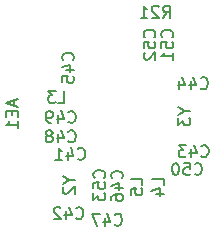
<source format=gbr>
%TF.GenerationSoftware,KiCad,Pcbnew,7.0.2*%
%TF.CreationDate,2023-07-17T10:41:54+03:00*%
%TF.ProjectId,DeskSmartFan,4465736b-536d-4617-9274-46616e2e6b69,rev?*%
%TF.SameCoordinates,Original*%
%TF.FileFunction,Legend,Bot*%
%TF.FilePolarity,Positive*%
%FSLAX46Y46*%
G04 Gerber Fmt 4.6, Leading zero omitted, Abs format (unit mm)*
G04 Created by KiCad (PCBNEW 7.0.2) date 2023-07-17 10:41:54*
%MOMM*%
%LPD*%
G01*
G04 APERTURE LIST*
%ADD10C,0.150000*%
G04 APERTURE END LIST*
D10*
%TO.C,C50*%
X132342857Y-92767380D02*
X132390476Y-92815000D01*
X132390476Y-92815000D02*
X132533333Y-92862619D01*
X132533333Y-92862619D02*
X132628571Y-92862619D01*
X132628571Y-92862619D02*
X132771428Y-92815000D01*
X132771428Y-92815000D02*
X132866666Y-92719761D01*
X132866666Y-92719761D02*
X132914285Y-92624523D01*
X132914285Y-92624523D02*
X132961904Y-92434047D01*
X132961904Y-92434047D02*
X132961904Y-92291190D01*
X132961904Y-92291190D02*
X132914285Y-92100714D01*
X132914285Y-92100714D02*
X132866666Y-92005476D01*
X132866666Y-92005476D02*
X132771428Y-91910238D01*
X132771428Y-91910238D02*
X132628571Y-91862619D01*
X132628571Y-91862619D02*
X132533333Y-91862619D01*
X132533333Y-91862619D02*
X132390476Y-91910238D01*
X132390476Y-91910238D02*
X132342857Y-91957857D01*
X131438095Y-91862619D02*
X131914285Y-91862619D01*
X131914285Y-91862619D02*
X131961904Y-92338809D01*
X131961904Y-92338809D02*
X131914285Y-92291190D01*
X131914285Y-92291190D02*
X131819047Y-92243571D01*
X131819047Y-92243571D02*
X131580952Y-92243571D01*
X131580952Y-92243571D02*
X131485714Y-92291190D01*
X131485714Y-92291190D02*
X131438095Y-92338809D01*
X131438095Y-92338809D02*
X131390476Y-92434047D01*
X131390476Y-92434047D02*
X131390476Y-92672142D01*
X131390476Y-92672142D02*
X131438095Y-92767380D01*
X131438095Y-92767380D02*
X131485714Y-92815000D01*
X131485714Y-92815000D02*
X131580952Y-92862619D01*
X131580952Y-92862619D02*
X131819047Y-92862619D01*
X131819047Y-92862619D02*
X131914285Y-92815000D01*
X131914285Y-92815000D02*
X131961904Y-92767380D01*
X130771428Y-91862619D02*
X130676190Y-91862619D01*
X130676190Y-91862619D02*
X130580952Y-91910238D01*
X130580952Y-91910238D02*
X130533333Y-91957857D01*
X130533333Y-91957857D02*
X130485714Y-92053095D01*
X130485714Y-92053095D02*
X130438095Y-92243571D01*
X130438095Y-92243571D02*
X130438095Y-92481666D01*
X130438095Y-92481666D02*
X130485714Y-92672142D01*
X130485714Y-92672142D02*
X130533333Y-92767380D01*
X130533333Y-92767380D02*
X130580952Y-92815000D01*
X130580952Y-92815000D02*
X130676190Y-92862619D01*
X130676190Y-92862619D02*
X130771428Y-92862619D01*
X130771428Y-92862619D02*
X130866666Y-92815000D01*
X130866666Y-92815000D02*
X130914285Y-92767380D01*
X130914285Y-92767380D02*
X130961904Y-92672142D01*
X130961904Y-92672142D02*
X131009523Y-92481666D01*
X131009523Y-92481666D02*
X131009523Y-92243571D01*
X131009523Y-92243571D02*
X130961904Y-92053095D01*
X130961904Y-92053095D02*
X130914285Y-91957857D01*
X130914285Y-91957857D02*
X130866666Y-91910238D01*
X130866666Y-91910238D02*
X130771428Y-91862619D01*
%TO.C,C49*%
X121642857Y-88367380D02*
X121690476Y-88415000D01*
X121690476Y-88415000D02*
X121833333Y-88462619D01*
X121833333Y-88462619D02*
X121928571Y-88462619D01*
X121928571Y-88462619D02*
X122071428Y-88415000D01*
X122071428Y-88415000D02*
X122166666Y-88319761D01*
X122166666Y-88319761D02*
X122214285Y-88224523D01*
X122214285Y-88224523D02*
X122261904Y-88034047D01*
X122261904Y-88034047D02*
X122261904Y-87891190D01*
X122261904Y-87891190D02*
X122214285Y-87700714D01*
X122214285Y-87700714D02*
X122166666Y-87605476D01*
X122166666Y-87605476D02*
X122071428Y-87510238D01*
X122071428Y-87510238D02*
X121928571Y-87462619D01*
X121928571Y-87462619D02*
X121833333Y-87462619D01*
X121833333Y-87462619D02*
X121690476Y-87510238D01*
X121690476Y-87510238D02*
X121642857Y-87557857D01*
X120785714Y-87795952D02*
X120785714Y-88462619D01*
X121023809Y-87415000D02*
X121261904Y-88129285D01*
X121261904Y-88129285D02*
X120642857Y-88129285D01*
X120214285Y-88462619D02*
X120023809Y-88462619D01*
X120023809Y-88462619D02*
X119928571Y-88415000D01*
X119928571Y-88415000D02*
X119880952Y-88367380D01*
X119880952Y-88367380D02*
X119785714Y-88224523D01*
X119785714Y-88224523D02*
X119738095Y-88034047D01*
X119738095Y-88034047D02*
X119738095Y-87653095D01*
X119738095Y-87653095D02*
X119785714Y-87557857D01*
X119785714Y-87557857D02*
X119833333Y-87510238D01*
X119833333Y-87510238D02*
X119928571Y-87462619D01*
X119928571Y-87462619D02*
X120119047Y-87462619D01*
X120119047Y-87462619D02*
X120214285Y-87510238D01*
X120214285Y-87510238D02*
X120261904Y-87557857D01*
X120261904Y-87557857D02*
X120309523Y-87653095D01*
X120309523Y-87653095D02*
X120309523Y-87891190D01*
X120309523Y-87891190D02*
X120261904Y-87986428D01*
X120261904Y-87986428D02*
X120214285Y-88034047D01*
X120214285Y-88034047D02*
X120119047Y-88081666D01*
X120119047Y-88081666D02*
X119928571Y-88081666D01*
X119928571Y-88081666D02*
X119833333Y-88034047D01*
X119833333Y-88034047D02*
X119785714Y-87986428D01*
X119785714Y-87986428D02*
X119738095Y-87891190D01*
%TO.C,C53*%
X124667380Y-93107142D02*
X124715000Y-93059523D01*
X124715000Y-93059523D02*
X124762619Y-92916666D01*
X124762619Y-92916666D02*
X124762619Y-92821428D01*
X124762619Y-92821428D02*
X124715000Y-92678571D01*
X124715000Y-92678571D02*
X124619761Y-92583333D01*
X124619761Y-92583333D02*
X124524523Y-92535714D01*
X124524523Y-92535714D02*
X124334047Y-92488095D01*
X124334047Y-92488095D02*
X124191190Y-92488095D01*
X124191190Y-92488095D02*
X124000714Y-92535714D01*
X124000714Y-92535714D02*
X123905476Y-92583333D01*
X123905476Y-92583333D02*
X123810238Y-92678571D01*
X123810238Y-92678571D02*
X123762619Y-92821428D01*
X123762619Y-92821428D02*
X123762619Y-92916666D01*
X123762619Y-92916666D02*
X123810238Y-93059523D01*
X123810238Y-93059523D02*
X123857857Y-93107142D01*
X123762619Y-94011904D02*
X123762619Y-93535714D01*
X123762619Y-93535714D02*
X124238809Y-93488095D01*
X124238809Y-93488095D02*
X124191190Y-93535714D01*
X124191190Y-93535714D02*
X124143571Y-93630952D01*
X124143571Y-93630952D02*
X124143571Y-93869047D01*
X124143571Y-93869047D02*
X124191190Y-93964285D01*
X124191190Y-93964285D02*
X124238809Y-94011904D01*
X124238809Y-94011904D02*
X124334047Y-94059523D01*
X124334047Y-94059523D02*
X124572142Y-94059523D01*
X124572142Y-94059523D02*
X124667380Y-94011904D01*
X124667380Y-94011904D02*
X124715000Y-93964285D01*
X124715000Y-93964285D02*
X124762619Y-93869047D01*
X124762619Y-93869047D02*
X124762619Y-93630952D01*
X124762619Y-93630952D02*
X124715000Y-93535714D01*
X124715000Y-93535714D02*
X124667380Y-93488095D01*
X123762619Y-94392857D02*
X123762619Y-95011904D01*
X123762619Y-95011904D02*
X124143571Y-94678571D01*
X124143571Y-94678571D02*
X124143571Y-94821428D01*
X124143571Y-94821428D02*
X124191190Y-94916666D01*
X124191190Y-94916666D02*
X124238809Y-94964285D01*
X124238809Y-94964285D02*
X124334047Y-95011904D01*
X124334047Y-95011904D02*
X124572142Y-95011904D01*
X124572142Y-95011904D02*
X124667380Y-94964285D01*
X124667380Y-94964285D02*
X124715000Y-94916666D01*
X124715000Y-94916666D02*
X124762619Y-94821428D01*
X124762619Y-94821428D02*
X124762619Y-94535714D01*
X124762619Y-94535714D02*
X124715000Y-94440476D01*
X124715000Y-94440476D02*
X124667380Y-94392857D01*
%TO.C,AE1*%
X117076904Y-86583333D02*
X117076904Y-87059523D01*
X117362619Y-86488095D02*
X116362619Y-86821428D01*
X116362619Y-86821428D02*
X117362619Y-87154761D01*
X116838809Y-87488095D02*
X116838809Y-87821428D01*
X117362619Y-87964285D02*
X117362619Y-87488095D01*
X117362619Y-87488095D02*
X116362619Y-87488095D01*
X116362619Y-87488095D02*
X116362619Y-87964285D01*
X117362619Y-88916666D02*
X117362619Y-88345238D01*
X117362619Y-88630952D02*
X116362619Y-88630952D01*
X116362619Y-88630952D02*
X116505476Y-88535714D01*
X116505476Y-88535714D02*
X116600714Y-88440476D01*
X116600714Y-88440476D02*
X116648333Y-88345238D01*
%TO.C,C45*%
X122017380Y-83157142D02*
X122065000Y-83109523D01*
X122065000Y-83109523D02*
X122112619Y-82966666D01*
X122112619Y-82966666D02*
X122112619Y-82871428D01*
X122112619Y-82871428D02*
X122065000Y-82728571D01*
X122065000Y-82728571D02*
X121969761Y-82633333D01*
X121969761Y-82633333D02*
X121874523Y-82585714D01*
X121874523Y-82585714D02*
X121684047Y-82538095D01*
X121684047Y-82538095D02*
X121541190Y-82538095D01*
X121541190Y-82538095D02*
X121350714Y-82585714D01*
X121350714Y-82585714D02*
X121255476Y-82633333D01*
X121255476Y-82633333D02*
X121160238Y-82728571D01*
X121160238Y-82728571D02*
X121112619Y-82871428D01*
X121112619Y-82871428D02*
X121112619Y-82966666D01*
X121112619Y-82966666D02*
X121160238Y-83109523D01*
X121160238Y-83109523D02*
X121207857Y-83157142D01*
X121445952Y-84014285D02*
X122112619Y-84014285D01*
X121065000Y-83776190D02*
X121779285Y-83538095D01*
X121779285Y-83538095D02*
X121779285Y-84157142D01*
X121112619Y-85014285D02*
X121112619Y-84538095D01*
X121112619Y-84538095D02*
X121588809Y-84490476D01*
X121588809Y-84490476D02*
X121541190Y-84538095D01*
X121541190Y-84538095D02*
X121493571Y-84633333D01*
X121493571Y-84633333D02*
X121493571Y-84871428D01*
X121493571Y-84871428D02*
X121541190Y-84966666D01*
X121541190Y-84966666D02*
X121588809Y-85014285D01*
X121588809Y-85014285D02*
X121684047Y-85061904D01*
X121684047Y-85061904D02*
X121922142Y-85061904D01*
X121922142Y-85061904D02*
X122017380Y-85014285D01*
X122017380Y-85014285D02*
X122065000Y-84966666D01*
X122065000Y-84966666D02*
X122112619Y-84871428D01*
X122112619Y-84871428D02*
X122112619Y-84633333D01*
X122112619Y-84633333D02*
X122065000Y-84538095D01*
X122065000Y-84538095D02*
X122017380Y-84490476D01*
%TO.C,C48*%
X121642857Y-90017380D02*
X121690476Y-90065000D01*
X121690476Y-90065000D02*
X121833333Y-90112619D01*
X121833333Y-90112619D02*
X121928571Y-90112619D01*
X121928571Y-90112619D02*
X122071428Y-90065000D01*
X122071428Y-90065000D02*
X122166666Y-89969761D01*
X122166666Y-89969761D02*
X122214285Y-89874523D01*
X122214285Y-89874523D02*
X122261904Y-89684047D01*
X122261904Y-89684047D02*
X122261904Y-89541190D01*
X122261904Y-89541190D02*
X122214285Y-89350714D01*
X122214285Y-89350714D02*
X122166666Y-89255476D01*
X122166666Y-89255476D02*
X122071428Y-89160238D01*
X122071428Y-89160238D02*
X121928571Y-89112619D01*
X121928571Y-89112619D02*
X121833333Y-89112619D01*
X121833333Y-89112619D02*
X121690476Y-89160238D01*
X121690476Y-89160238D02*
X121642857Y-89207857D01*
X120785714Y-89445952D02*
X120785714Y-90112619D01*
X121023809Y-89065000D02*
X121261904Y-89779285D01*
X121261904Y-89779285D02*
X120642857Y-89779285D01*
X120119047Y-89541190D02*
X120214285Y-89493571D01*
X120214285Y-89493571D02*
X120261904Y-89445952D01*
X120261904Y-89445952D02*
X120309523Y-89350714D01*
X120309523Y-89350714D02*
X120309523Y-89303095D01*
X120309523Y-89303095D02*
X120261904Y-89207857D01*
X120261904Y-89207857D02*
X120214285Y-89160238D01*
X120214285Y-89160238D02*
X120119047Y-89112619D01*
X120119047Y-89112619D02*
X119928571Y-89112619D01*
X119928571Y-89112619D02*
X119833333Y-89160238D01*
X119833333Y-89160238D02*
X119785714Y-89207857D01*
X119785714Y-89207857D02*
X119738095Y-89303095D01*
X119738095Y-89303095D02*
X119738095Y-89350714D01*
X119738095Y-89350714D02*
X119785714Y-89445952D01*
X119785714Y-89445952D02*
X119833333Y-89493571D01*
X119833333Y-89493571D02*
X119928571Y-89541190D01*
X119928571Y-89541190D02*
X120119047Y-89541190D01*
X120119047Y-89541190D02*
X120214285Y-89588809D01*
X120214285Y-89588809D02*
X120261904Y-89636428D01*
X120261904Y-89636428D02*
X120309523Y-89731666D01*
X120309523Y-89731666D02*
X120309523Y-89922142D01*
X120309523Y-89922142D02*
X120261904Y-90017380D01*
X120261904Y-90017380D02*
X120214285Y-90065000D01*
X120214285Y-90065000D02*
X120119047Y-90112619D01*
X120119047Y-90112619D02*
X119928571Y-90112619D01*
X119928571Y-90112619D02*
X119833333Y-90065000D01*
X119833333Y-90065000D02*
X119785714Y-90017380D01*
X119785714Y-90017380D02*
X119738095Y-89922142D01*
X119738095Y-89922142D02*
X119738095Y-89731666D01*
X119738095Y-89731666D02*
X119785714Y-89636428D01*
X119785714Y-89636428D02*
X119833333Y-89588809D01*
X119833333Y-89588809D02*
X119928571Y-89541190D01*
%TO.C,L4*%
X129712619Y-93733333D02*
X129712619Y-93257143D01*
X129712619Y-93257143D02*
X128712619Y-93257143D01*
X129045952Y-94495238D02*
X129712619Y-94495238D01*
X128665000Y-94257143D02*
X129379285Y-94019048D01*
X129379285Y-94019048D02*
X129379285Y-94638095D01*
%TO.C,L5*%
X127912619Y-93733333D02*
X127912619Y-93257143D01*
X127912619Y-93257143D02*
X126912619Y-93257143D01*
X126912619Y-94542857D02*
X126912619Y-94066667D01*
X126912619Y-94066667D02*
X127388809Y-94019048D01*
X127388809Y-94019048D02*
X127341190Y-94066667D01*
X127341190Y-94066667D02*
X127293571Y-94161905D01*
X127293571Y-94161905D02*
X127293571Y-94400000D01*
X127293571Y-94400000D02*
X127341190Y-94495238D01*
X127341190Y-94495238D02*
X127388809Y-94542857D01*
X127388809Y-94542857D02*
X127484047Y-94590476D01*
X127484047Y-94590476D02*
X127722142Y-94590476D01*
X127722142Y-94590476D02*
X127817380Y-94542857D01*
X127817380Y-94542857D02*
X127865000Y-94495238D01*
X127865000Y-94495238D02*
X127912619Y-94400000D01*
X127912619Y-94400000D02*
X127912619Y-94161905D01*
X127912619Y-94161905D02*
X127865000Y-94066667D01*
X127865000Y-94066667D02*
X127817380Y-94019048D01*
%TO.C,C44*%
X132842857Y-85517380D02*
X132890476Y-85565000D01*
X132890476Y-85565000D02*
X133033333Y-85612619D01*
X133033333Y-85612619D02*
X133128571Y-85612619D01*
X133128571Y-85612619D02*
X133271428Y-85565000D01*
X133271428Y-85565000D02*
X133366666Y-85469761D01*
X133366666Y-85469761D02*
X133414285Y-85374523D01*
X133414285Y-85374523D02*
X133461904Y-85184047D01*
X133461904Y-85184047D02*
X133461904Y-85041190D01*
X133461904Y-85041190D02*
X133414285Y-84850714D01*
X133414285Y-84850714D02*
X133366666Y-84755476D01*
X133366666Y-84755476D02*
X133271428Y-84660238D01*
X133271428Y-84660238D02*
X133128571Y-84612619D01*
X133128571Y-84612619D02*
X133033333Y-84612619D01*
X133033333Y-84612619D02*
X132890476Y-84660238D01*
X132890476Y-84660238D02*
X132842857Y-84707857D01*
X131985714Y-84945952D02*
X131985714Y-85612619D01*
X132223809Y-84565000D02*
X132461904Y-85279285D01*
X132461904Y-85279285D02*
X131842857Y-85279285D01*
X131033333Y-84945952D02*
X131033333Y-85612619D01*
X131271428Y-84565000D02*
X131509523Y-85279285D01*
X131509523Y-85279285D02*
X130890476Y-85279285D01*
%TO.C,C47*%
X125567857Y-97067380D02*
X125615476Y-97115000D01*
X125615476Y-97115000D02*
X125758333Y-97162619D01*
X125758333Y-97162619D02*
X125853571Y-97162619D01*
X125853571Y-97162619D02*
X125996428Y-97115000D01*
X125996428Y-97115000D02*
X126091666Y-97019761D01*
X126091666Y-97019761D02*
X126139285Y-96924523D01*
X126139285Y-96924523D02*
X126186904Y-96734047D01*
X126186904Y-96734047D02*
X126186904Y-96591190D01*
X126186904Y-96591190D02*
X126139285Y-96400714D01*
X126139285Y-96400714D02*
X126091666Y-96305476D01*
X126091666Y-96305476D02*
X125996428Y-96210238D01*
X125996428Y-96210238D02*
X125853571Y-96162619D01*
X125853571Y-96162619D02*
X125758333Y-96162619D01*
X125758333Y-96162619D02*
X125615476Y-96210238D01*
X125615476Y-96210238D02*
X125567857Y-96257857D01*
X124710714Y-96495952D02*
X124710714Y-97162619D01*
X124948809Y-96115000D02*
X125186904Y-96829285D01*
X125186904Y-96829285D02*
X124567857Y-96829285D01*
X124282142Y-96162619D02*
X123615476Y-96162619D01*
X123615476Y-96162619D02*
X124044047Y-97162619D01*
%TO.C,Y3*%
X131486428Y-87473809D02*
X131962619Y-87473809D01*
X130962619Y-87140476D02*
X131486428Y-87473809D01*
X131486428Y-87473809D02*
X130962619Y-87807142D01*
X130962619Y-88045238D02*
X130962619Y-88664285D01*
X130962619Y-88664285D02*
X131343571Y-88330952D01*
X131343571Y-88330952D02*
X131343571Y-88473809D01*
X131343571Y-88473809D02*
X131391190Y-88569047D01*
X131391190Y-88569047D02*
X131438809Y-88616666D01*
X131438809Y-88616666D02*
X131534047Y-88664285D01*
X131534047Y-88664285D02*
X131772142Y-88664285D01*
X131772142Y-88664285D02*
X131867380Y-88616666D01*
X131867380Y-88616666D02*
X131915000Y-88569047D01*
X131915000Y-88569047D02*
X131962619Y-88473809D01*
X131962619Y-88473809D02*
X131962619Y-88188095D01*
X131962619Y-88188095D02*
X131915000Y-88092857D01*
X131915000Y-88092857D02*
X131867380Y-88045238D01*
%TO.C,C51*%
X130417380Y-81207142D02*
X130465000Y-81159523D01*
X130465000Y-81159523D02*
X130512619Y-81016666D01*
X130512619Y-81016666D02*
X130512619Y-80921428D01*
X130512619Y-80921428D02*
X130465000Y-80778571D01*
X130465000Y-80778571D02*
X130369761Y-80683333D01*
X130369761Y-80683333D02*
X130274523Y-80635714D01*
X130274523Y-80635714D02*
X130084047Y-80588095D01*
X130084047Y-80588095D02*
X129941190Y-80588095D01*
X129941190Y-80588095D02*
X129750714Y-80635714D01*
X129750714Y-80635714D02*
X129655476Y-80683333D01*
X129655476Y-80683333D02*
X129560238Y-80778571D01*
X129560238Y-80778571D02*
X129512619Y-80921428D01*
X129512619Y-80921428D02*
X129512619Y-81016666D01*
X129512619Y-81016666D02*
X129560238Y-81159523D01*
X129560238Y-81159523D02*
X129607857Y-81207142D01*
X129512619Y-82111904D02*
X129512619Y-81635714D01*
X129512619Y-81635714D02*
X129988809Y-81588095D01*
X129988809Y-81588095D02*
X129941190Y-81635714D01*
X129941190Y-81635714D02*
X129893571Y-81730952D01*
X129893571Y-81730952D02*
X129893571Y-81969047D01*
X129893571Y-81969047D02*
X129941190Y-82064285D01*
X129941190Y-82064285D02*
X129988809Y-82111904D01*
X129988809Y-82111904D02*
X130084047Y-82159523D01*
X130084047Y-82159523D02*
X130322142Y-82159523D01*
X130322142Y-82159523D02*
X130417380Y-82111904D01*
X130417380Y-82111904D02*
X130465000Y-82064285D01*
X130465000Y-82064285D02*
X130512619Y-81969047D01*
X130512619Y-81969047D02*
X130512619Y-81730952D01*
X130512619Y-81730952D02*
X130465000Y-81635714D01*
X130465000Y-81635714D02*
X130417380Y-81588095D01*
X130512619Y-83111904D02*
X130512619Y-82540476D01*
X130512619Y-82826190D02*
X129512619Y-82826190D01*
X129512619Y-82826190D02*
X129655476Y-82730952D01*
X129655476Y-82730952D02*
X129750714Y-82635714D01*
X129750714Y-82635714D02*
X129798333Y-82540476D01*
%TO.C,C46*%
X126167380Y-93157142D02*
X126215000Y-93109523D01*
X126215000Y-93109523D02*
X126262619Y-92966666D01*
X126262619Y-92966666D02*
X126262619Y-92871428D01*
X126262619Y-92871428D02*
X126215000Y-92728571D01*
X126215000Y-92728571D02*
X126119761Y-92633333D01*
X126119761Y-92633333D02*
X126024523Y-92585714D01*
X126024523Y-92585714D02*
X125834047Y-92538095D01*
X125834047Y-92538095D02*
X125691190Y-92538095D01*
X125691190Y-92538095D02*
X125500714Y-92585714D01*
X125500714Y-92585714D02*
X125405476Y-92633333D01*
X125405476Y-92633333D02*
X125310238Y-92728571D01*
X125310238Y-92728571D02*
X125262619Y-92871428D01*
X125262619Y-92871428D02*
X125262619Y-92966666D01*
X125262619Y-92966666D02*
X125310238Y-93109523D01*
X125310238Y-93109523D02*
X125357857Y-93157142D01*
X125595952Y-94014285D02*
X126262619Y-94014285D01*
X125215000Y-93776190D02*
X125929285Y-93538095D01*
X125929285Y-93538095D02*
X125929285Y-94157142D01*
X125262619Y-94966666D02*
X125262619Y-94776190D01*
X125262619Y-94776190D02*
X125310238Y-94680952D01*
X125310238Y-94680952D02*
X125357857Y-94633333D01*
X125357857Y-94633333D02*
X125500714Y-94538095D01*
X125500714Y-94538095D02*
X125691190Y-94490476D01*
X125691190Y-94490476D02*
X126072142Y-94490476D01*
X126072142Y-94490476D02*
X126167380Y-94538095D01*
X126167380Y-94538095D02*
X126215000Y-94585714D01*
X126215000Y-94585714D02*
X126262619Y-94680952D01*
X126262619Y-94680952D02*
X126262619Y-94871428D01*
X126262619Y-94871428D02*
X126215000Y-94966666D01*
X126215000Y-94966666D02*
X126167380Y-95014285D01*
X126167380Y-95014285D02*
X126072142Y-95061904D01*
X126072142Y-95061904D02*
X125834047Y-95061904D01*
X125834047Y-95061904D02*
X125738809Y-95014285D01*
X125738809Y-95014285D02*
X125691190Y-94966666D01*
X125691190Y-94966666D02*
X125643571Y-94871428D01*
X125643571Y-94871428D02*
X125643571Y-94680952D01*
X125643571Y-94680952D02*
X125691190Y-94585714D01*
X125691190Y-94585714D02*
X125738809Y-94538095D01*
X125738809Y-94538095D02*
X125834047Y-94490476D01*
%TO.C,C43*%
X132892857Y-91267380D02*
X132940476Y-91315000D01*
X132940476Y-91315000D02*
X133083333Y-91362619D01*
X133083333Y-91362619D02*
X133178571Y-91362619D01*
X133178571Y-91362619D02*
X133321428Y-91315000D01*
X133321428Y-91315000D02*
X133416666Y-91219761D01*
X133416666Y-91219761D02*
X133464285Y-91124523D01*
X133464285Y-91124523D02*
X133511904Y-90934047D01*
X133511904Y-90934047D02*
X133511904Y-90791190D01*
X133511904Y-90791190D02*
X133464285Y-90600714D01*
X133464285Y-90600714D02*
X133416666Y-90505476D01*
X133416666Y-90505476D02*
X133321428Y-90410238D01*
X133321428Y-90410238D02*
X133178571Y-90362619D01*
X133178571Y-90362619D02*
X133083333Y-90362619D01*
X133083333Y-90362619D02*
X132940476Y-90410238D01*
X132940476Y-90410238D02*
X132892857Y-90457857D01*
X132035714Y-90695952D02*
X132035714Y-91362619D01*
X132273809Y-90315000D02*
X132511904Y-91029285D01*
X132511904Y-91029285D02*
X131892857Y-91029285D01*
X131607142Y-90362619D02*
X130988095Y-90362619D01*
X130988095Y-90362619D02*
X131321428Y-90743571D01*
X131321428Y-90743571D02*
X131178571Y-90743571D01*
X131178571Y-90743571D02*
X131083333Y-90791190D01*
X131083333Y-90791190D02*
X131035714Y-90838809D01*
X131035714Y-90838809D02*
X130988095Y-90934047D01*
X130988095Y-90934047D02*
X130988095Y-91172142D01*
X130988095Y-91172142D02*
X131035714Y-91267380D01*
X131035714Y-91267380D02*
X131083333Y-91315000D01*
X131083333Y-91315000D02*
X131178571Y-91362619D01*
X131178571Y-91362619D02*
X131464285Y-91362619D01*
X131464285Y-91362619D02*
X131559523Y-91315000D01*
X131559523Y-91315000D02*
X131607142Y-91267380D01*
%TO.C,C42*%
X122292857Y-96517380D02*
X122340476Y-96565000D01*
X122340476Y-96565000D02*
X122483333Y-96612619D01*
X122483333Y-96612619D02*
X122578571Y-96612619D01*
X122578571Y-96612619D02*
X122721428Y-96565000D01*
X122721428Y-96565000D02*
X122816666Y-96469761D01*
X122816666Y-96469761D02*
X122864285Y-96374523D01*
X122864285Y-96374523D02*
X122911904Y-96184047D01*
X122911904Y-96184047D02*
X122911904Y-96041190D01*
X122911904Y-96041190D02*
X122864285Y-95850714D01*
X122864285Y-95850714D02*
X122816666Y-95755476D01*
X122816666Y-95755476D02*
X122721428Y-95660238D01*
X122721428Y-95660238D02*
X122578571Y-95612619D01*
X122578571Y-95612619D02*
X122483333Y-95612619D01*
X122483333Y-95612619D02*
X122340476Y-95660238D01*
X122340476Y-95660238D02*
X122292857Y-95707857D01*
X121435714Y-95945952D02*
X121435714Y-96612619D01*
X121673809Y-95565000D02*
X121911904Y-96279285D01*
X121911904Y-96279285D02*
X121292857Y-96279285D01*
X120959523Y-95707857D02*
X120911904Y-95660238D01*
X120911904Y-95660238D02*
X120816666Y-95612619D01*
X120816666Y-95612619D02*
X120578571Y-95612619D01*
X120578571Y-95612619D02*
X120483333Y-95660238D01*
X120483333Y-95660238D02*
X120435714Y-95707857D01*
X120435714Y-95707857D02*
X120388095Y-95803095D01*
X120388095Y-95803095D02*
X120388095Y-95898333D01*
X120388095Y-95898333D02*
X120435714Y-96041190D01*
X120435714Y-96041190D02*
X121007142Y-96612619D01*
X121007142Y-96612619D02*
X120388095Y-96612619D01*
%TO.C,C41*%
X122442857Y-91492380D02*
X122490476Y-91540000D01*
X122490476Y-91540000D02*
X122633333Y-91587619D01*
X122633333Y-91587619D02*
X122728571Y-91587619D01*
X122728571Y-91587619D02*
X122871428Y-91540000D01*
X122871428Y-91540000D02*
X122966666Y-91444761D01*
X122966666Y-91444761D02*
X123014285Y-91349523D01*
X123014285Y-91349523D02*
X123061904Y-91159047D01*
X123061904Y-91159047D02*
X123061904Y-91016190D01*
X123061904Y-91016190D02*
X123014285Y-90825714D01*
X123014285Y-90825714D02*
X122966666Y-90730476D01*
X122966666Y-90730476D02*
X122871428Y-90635238D01*
X122871428Y-90635238D02*
X122728571Y-90587619D01*
X122728571Y-90587619D02*
X122633333Y-90587619D01*
X122633333Y-90587619D02*
X122490476Y-90635238D01*
X122490476Y-90635238D02*
X122442857Y-90682857D01*
X121585714Y-90920952D02*
X121585714Y-91587619D01*
X121823809Y-90540000D02*
X122061904Y-91254285D01*
X122061904Y-91254285D02*
X121442857Y-91254285D01*
X120538095Y-91587619D02*
X121109523Y-91587619D01*
X120823809Y-91587619D02*
X120823809Y-90587619D01*
X120823809Y-90587619D02*
X120919047Y-90730476D01*
X120919047Y-90730476D02*
X121014285Y-90825714D01*
X121014285Y-90825714D02*
X121109523Y-90873333D01*
%TO.C,R21*%
X129667857Y-79562619D02*
X130001190Y-79086428D01*
X130239285Y-79562619D02*
X130239285Y-78562619D01*
X130239285Y-78562619D02*
X129858333Y-78562619D01*
X129858333Y-78562619D02*
X129763095Y-78610238D01*
X129763095Y-78610238D02*
X129715476Y-78657857D01*
X129715476Y-78657857D02*
X129667857Y-78753095D01*
X129667857Y-78753095D02*
X129667857Y-78895952D01*
X129667857Y-78895952D02*
X129715476Y-78991190D01*
X129715476Y-78991190D02*
X129763095Y-79038809D01*
X129763095Y-79038809D02*
X129858333Y-79086428D01*
X129858333Y-79086428D02*
X130239285Y-79086428D01*
X129286904Y-78657857D02*
X129239285Y-78610238D01*
X129239285Y-78610238D02*
X129144047Y-78562619D01*
X129144047Y-78562619D02*
X128905952Y-78562619D01*
X128905952Y-78562619D02*
X128810714Y-78610238D01*
X128810714Y-78610238D02*
X128763095Y-78657857D01*
X128763095Y-78657857D02*
X128715476Y-78753095D01*
X128715476Y-78753095D02*
X128715476Y-78848333D01*
X128715476Y-78848333D02*
X128763095Y-78991190D01*
X128763095Y-78991190D02*
X129334523Y-79562619D01*
X129334523Y-79562619D02*
X128715476Y-79562619D01*
X127763095Y-79562619D02*
X128334523Y-79562619D01*
X128048809Y-79562619D02*
X128048809Y-78562619D01*
X128048809Y-78562619D02*
X128144047Y-78705476D01*
X128144047Y-78705476D02*
X128239285Y-78800714D01*
X128239285Y-78800714D02*
X128334523Y-78848333D01*
%TO.C,Y2*%
X121686428Y-93273809D02*
X122162619Y-93273809D01*
X121162619Y-92940476D02*
X121686428Y-93273809D01*
X121686428Y-93273809D02*
X121162619Y-93607142D01*
X121257857Y-93892857D02*
X121210238Y-93940476D01*
X121210238Y-93940476D02*
X121162619Y-94035714D01*
X121162619Y-94035714D02*
X121162619Y-94273809D01*
X121162619Y-94273809D02*
X121210238Y-94369047D01*
X121210238Y-94369047D02*
X121257857Y-94416666D01*
X121257857Y-94416666D02*
X121353095Y-94464285D01*
X121353095Y-94464285D02*
X121448333Y-94464285D01*
X121448333Y-94464285D02*
X121591190Y-94416666D01*
X121591190Y-94416666D02*
X122162619Y-93845238D01*
X122162619Y-93845238D02*
X122162619Y-94464285D01*
%TO.C,C52*%
X128917380Y-81207142D02*
X128965000Y-81159523D01*
X128965000Y-81159523D02*
X129012619Y-81016666D01*
X129012619Y-81016666D02*
X129012619Y-80921428D01*
X129012619Y-80921428D02*
X128965000Y-80778571D01*
X128965000Y-80778571D02*
X128869761Y-80683333D01*
X128869761Y-80683333D02*
X128774523Y-80635714D01*
X128774523Y-80635714D02*
X128584047Y-80588095D01*
X128584047Y-80588095D02*
X128441190Y-80588095D01*
X128441190Y-80588095D02*
X128250714Y-80635714D01*
X128250714Y-80635714D02*
X128155476Y-80683333D01*
X128155476Y-80683333D02*
X128060238Y-80778571D01*
X128060238Y-80778571D02*
X128012619Y-80921428D01*
X128012619Y-80921428D02*
X128012619Y-81016666D01*
X128012619Y-81016666D02*
X128060238Y-81159523D01*
X128060238Y-81159523D02*
X128107857Y-81207142D01*
X128012619Y-82111904D02*
X128012619Y-81635714D01*
X128012619Y-81635714D02*
X128488809Y-81588095D01*
X128488809Y-81588095D02*
X128441190Y-81635714D01*
X128441190Y-81635714D02*
X128393571Y-81730952D01*
X128393571Y-81730952D02*
X128393571Y-81969047D01*
X128393571Y-81969047D02*
X128441190Y-82064285D01*
X128441190Y-82064285D02*
X128488809Y-82111904D01*
X128488809Y-82111904D02*
X128584047Y-82159523D01*
X128584047Y-82159523D02*
X128822142Y-82159523D01*
X128822142Y-82159523D02*
X128917380Y-82111904D01*
X128917380Y-82111904D02*
X128965000Y-82064285D01*
X128965000Y-82064285D02*
X129012619Y-81969047D01*
X129012619Y-81969047D02*
X129012619Y-81730952D01*
X129012619Y-81730952D02*
X128965000Y-81635714D01*
X128965000Y-81635714D02*
X128917380Y-81588095D01*
X128107857Y-82540476D02*
X128060238Y-82588095D01*
X128060238Y-82588095D02*
X128012619Y-82683333D01*
X128012619Y-82683333D02*
X128012619Y-82921428D01*
X128012619Y-82921428D02*
X128060238Y-83016666D01*
X128060238Y-83016666D02*
X128107857Y-83064285D01*
X128107857Y-83064285D02*
X128203095Y-83111904D01*
X128203095Y-83111904D02*
X128298333Y-83111904D01*
X128298333Y-83111904D02*
X128441190Y-83064285D01*
X128441190Y-83064285D02*
X129012619Y-82492857D01*
X129012619Y-82492857D02*
X129012619Y-83111904D01*
%TO.C,L3*%
X120791666Y-86762619D02*
X121267856Y-86762619D01*
X121267856Y-86762619D02*
X121267856Y-85762619D01*
X120553570Y-85762619D02*
X119934523Y-85762619D01*
X119934523Y-85762619D02*
X120267856Y-86143571D01*
X120267856Y-86143571D02*
X120124999Y-86143571D01*
X120124999Y-86143571D02*
X120029761Y-86191190D01*
X120029761Y-86191190D02*
X119982142Y-86238809D01*
X119982142Y-86238809D02*
X119934523Y-86334047D01*
X119934523Y-86334047D02*
X119934523Y-86572142D01*
X119934523Y-86572142D02*
X119982142Y-86667380D01*
X119982142Y-86667380D02*
X120029761Y-86715000D01*
X120029761Y-86715000D02*
X120124999Y-86762619D01*
X120124999Y-86762619D02*
X120410713Y-86762619D01*
X120410713Y-86762619D02*
X120505951Y-86715000D01*
X120505951Y-86715000D02*
X120553570Y-86667380D01*
%TD*%
M02*

</source>
